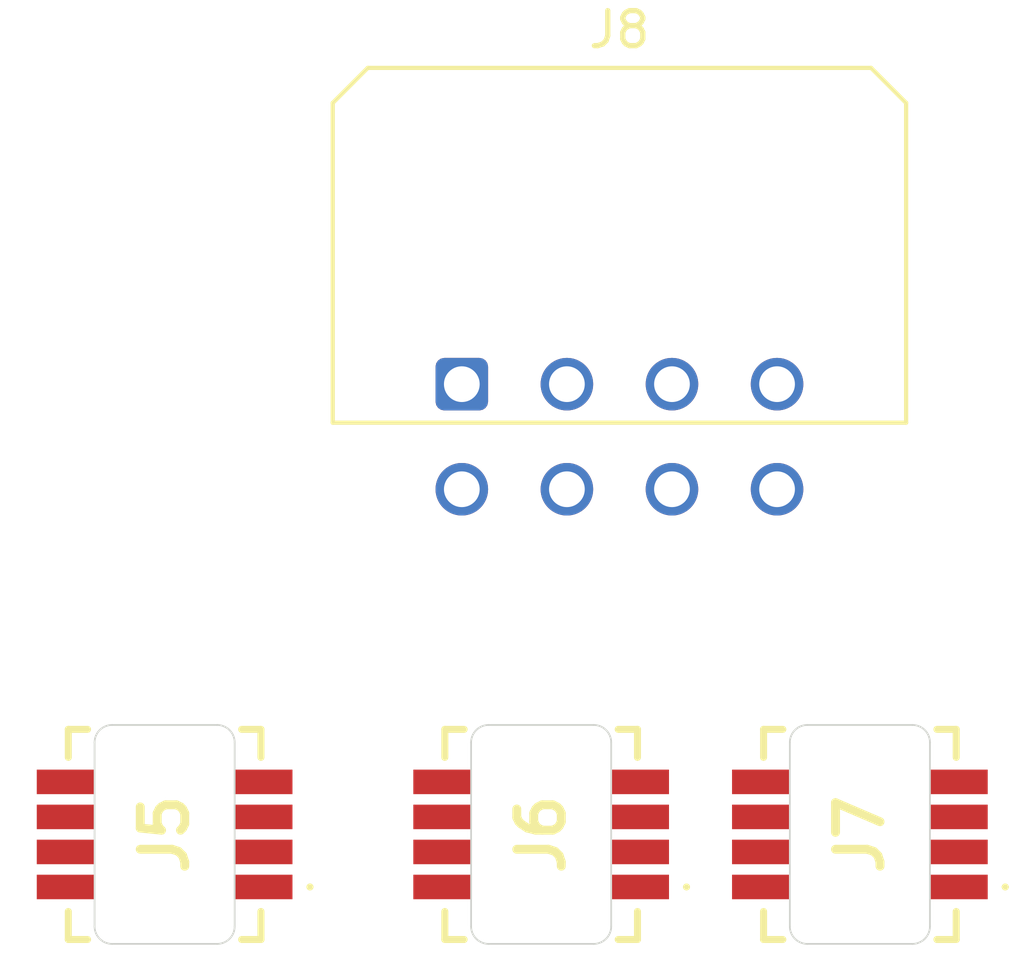
<source format=kicad_pcb>
(kicad_pcb (version 20241229) (generator "pcbnew") (generator_version "9.0")
  (layers (0 "F.Cu" signal) (2 "B.Cu" signal) (13 "F.Paste" user) (15 "B.Paste" user) (5 "F.SilkS" user "F.Silkscreen") (7 "B.SilkS" user "B.Silkscreen") (1 "F.Mask" user) (3 "B.Mask" user) (25 "Edge.Cuts" user))
  (net 0 "")
  (net 1 "GND")
  (net 2 "v_charge")
  (net 3 "CAN_L")
  (net 4 "CAN_H")
  (net 5 "CAN_H_1")
  (net 6 "CAN_L_1")
  (net 7 "CAN_L_2")
  (net 8 "CAN_H_2")
  (footprint "Connector_Molex:Molex_Micro-Fit_3.0_43045-0800_2x04_P3.00mm_Horizontal" (layer "F.Cu") (at 89.735 69.72)
    (property "Reference" "J8" (at 4.5 -10.12 0) (layer "F.SilkS"))
    (property "Value" "~" (hide yes))
    (fp_line (start -3.685 -8.03) (end -2.685 -9.03) (stroke (width 0.12)) (layer "F.SilkS"))
    (fp_line (start -3.685 1.1) (end -3.685 -8.03) (stroke (width 0.12)) (layer "F.SilkS"))
    (fp_line (start -2.685 -9.03) (end 11.685 -9.03) (stroke (width 0.12)) (layer "F.SilkS"))
    (fp_line (start 11.685 -9.03) (end 12.685 -8.03) (stroke (width 0.12)) (layer "F.SilkS"))
    (fp_line (start 12.685 -8.03) (end 12.685 1.1) (stroke (width 0.12)) (layer "F.SilkS"))
    (fp_line (start 12.685 1.1) (end -3.685 1.1) (stroke (width 0.12)) (layer "F.SilkS"))
    (pad "" np_thru_hole circle (at 2.16 -4.32) (size 3 3) (drill 3) (layers "*.Cu" "*.Mask"))
    (pad "" np_thru_hole circle (at 6.86 -4.32) (size 3 3) (drill 3) (layers "*.Cu" "*.Mask"))
    (pad "1" thru_hole roundrect (at 0 0) (size 1.5 1.5) (drill 1.02) (layers "*.Cu" "*.Mask") (roundrect_rratio 0.166667) (net 1 "GND"))
    (pad "2" thru_hole circle (at 3 0) (size 1.5 1.5) (drill 1.02) (layers "*.Cu" "*.Mask") (net 1 "GND"))
    (pad "3" thru_hole circle (at 6 0) (size 1.5 1.5) (drill 1.02) (layers "*.Cu" "*.Mask") (net 3 "CAN_L"))
    (pad "4" thru_hole circle (at 9 0) (size 1.5 1.5) (drill 1.02) (layers "*.Cu" "*.Mask"))
    (pad "5" thru_hole circle (at 0 3) (size 1.5 1.5) (drill 1.02) (layers "*.Cu" "*.Mask") (net 2 "v_charge"))
    (pad "6" thru_hole circle (at 3 3) (size 1.5 1.5) (drill 1.02) (layers "*.Cu" "*.Mask") (net 2 "v_charge"))
    (pad "7" thru_hole circle (at 6 3) (size 1.5 1.5) (drill 1.02) (layers "*.Cu" "*.Mask") (net 4 "CAN_H"))
    (pad "8" thru_hole circle (at 9 3) (size 1.5 1.5) (drill 1.02) (layers "*.Cu" "*.Mask"))
  )
  (footprint "fancyfins:009159008801906" (layer "F.Cu") (at 92 82.575 90)
    (property "Reference" "J6" (at 0 0 90) (layer "F.SilkS") (effects (font (size 1.27 1.27) (thickness 0.254))))
    (property "Value" "Conn_02x04_Top_Bottom" (hide yes))
    (fp_line (start 3 -2.75) (end 3 -2.2) (stroke (width 0.2)) (layer "F.SilkS"))
    (fp_line (start 2.2 -2.75) (end 3 -2.75) (stroke (width 0.2)) (layer "F.SilkS"))
    (fp_line (start -2.2 -2.75) (end -3 -2.75) (stroke (width 0.2)) (layer "F.SilkS"))
    (fp_line (start -3 -2.75) (end -3 -2.2) (stroke (width 0.2)) (layer "F.SilkS"))
    (fp_line (start 3 2.2) (end 3 2.75) (stroke (width 0.2)) (layer "F.SilkS"))
    (fp_line (start -3 2.2) (end -3 2.75) (stroke (width 0.2)) (layer "F.SilkS"))
    (fp_line (start 3 2.75) (end 2.2 2.75) (stroke (width 0.2)) (layer "F.SilkS"))
    (fp_line (start -3 2.75) (end -2.2 2.75) (stroke (width 0.2)) (layer "F.SilkS"))
    (fp_line (start -1.5 4.1) (end -1.5 4.1) (stroke (width 0.1)) (layer "F.SilkS"))
    (fp_line (start -1.5 4.2) (end -1.5 4.2) (stroke (width 0.1)) (layer "F.SilkS"))
    (fp_arc (start -1.5 4.1) (mid -1.45 4.15) (end -1.5 4.2) (stroke (width 0.1)) (layer "F.SilkS"))
    (fp_arc (start -1.5 4.2) (mid -1.55 4.15) (end -1.5 4.1) (stroke (width 0.1)) (layer "F.SilkS"))
    (fp_line (start 2.625001 -2.000001) (end -2.625 -2) (stroke (width 0.05)) (layer "Edge.Cuts"))
    (fp_line (start -3.125 -1.5) (end -3.125 1.5) (stroke (width 0.05)) (layer "Edge.Cuts"))
    (fp_line (start 3.125001 1.500001) (end 3.125001 -1.500001) (stroke (width 0.05)) (layer "Edge.Cuts"))
    (fp_line (start -2.625 2) (end 2.625001 2.000001) (stroke (width 0.05)) (layer "Edge.Cuts"))
    (fp_arc (start 2.625001 -2.000001) (mid 2.978554 -1.853554) (end 3.125001 -1.500001) (stroke (width 0.05)) (layer "Edge.Cuts"))
    (fp_arc (start -3.125 -1.5) (mid -2.978553 -1.853553) (end -2.625 -2) (stroke (width 0.05)) (layer "Edge.Cuts"))
    (fp_arc (start 3.125001 1.500001) (mid 2.978554 1.853554) (end 2.625001 2.000001) (stroke (width 0.05)) (layer "Edge.Cuts"))
    (fp_arc (start -2.625 2) (mid -2.978553 1.853553) (end -3.125 1.5) (stroke (width 0.05)) (layer "Edge.Cuts"))
    (pad "1" smd rect (at -1.5 2.825 90) (size 0.7 1.65) (layers "F.Cu" "F.Mask" "F.Paste") (net 1 "GND"))
    (pad "2" smd rect (at -1.5 -2.825 90) (size 0.7 1.65) (layers "F.Cu" "F.Mask" "F.Paste") (net 1 "GND"))
    (pad "3" smd rect (at -0.5 2.825 90) (size 0.7 1.65) (layers "F.Cu" "F.Mask" "F.Paste") (net 6 "CAN_L_1"))
    (pad "4" smd rect (at -0.5 -2.825 90) (size 0.7 1.65) (layers "F.Cu" "F.Mask" "F.Paste") (net 7 "CAN_L_2"))
    (pad "5" smd rect (at 0.5 2.825 90) (size 0.7 1.65) (layers "F.Cu" "F.Mask" "F.Paste") (net 2 "v_charge"))
    (pad "6" smd rect (at 0.5 -2.825 90) (size 0.7 1.65) (layers "F.Cu" "F.Mask" "F.Paste") (net 2 "v_charge"))
    (pad "7" smd rect (at 1.5 2.825 90) (size 0.7 1.65) (layers "F.Cu" "F.Mask" "F.Paste") (net 5 "CAN_H_1"))
    (pad "8" smd rect (at 1.5 -2.825 90) (size 0.7 1.65) (layers "F.Cu" "F.Mask" "F.Paste") (net 8 "CAN_H_2"))
  )
  (footprint "fancyfins:009159008801906" (layer "F.Cu") (at 81.25 82.575 90)
    (property "Reference" "J5" (at 0 0 90) (layer "F.SilkS") (effects (font (size 1.27 1.27) (thickness 0.254))))
    (property "Value" "Conn_02x04_Top_Bottom" (hide yes))
    (fp_line (start 3 -2.75) (end 3 -2.2) (stroke (width 0.2)) (layer "F.SilkS"))
    (fp_line (start 2.2 -2.75) (end 3 -2.75) (stroke (width 0.2)) (layer "F.SilkS"))
    (fp_line (start -2.2 -2.75) (end -3 -2.75) (stroke (width 0.2)) (layer "F.SilkS"))
    (fp_line (start -3 -2.75) (end -3 -2.2) (stroke (width 0.2)) (layer "F.SilkS"))
    (fp_line (start 3 2.2) (end 3 2.75) (stroke (width 0.2)) (layer "F.SilkS"))
    (fp_line (start -3 2.2) (end -3 2.75) (stroke (width 0.2)) (layer "F.SilkS"))
    (fp_line (start 3 2.75) (end 2.2 2.75) (stroke (width 0.2)) (layer "F.SilkS"))
    (fp_line (start -3 2.75) (end -2.2 2.75) (stroke (width 0.2)) (layer "F.SilkS"))
    (fp_line (start -1.5 4.1) (end -1.5 4.1) (stroke (width 0.1)) (layer "F.SilkS"))
    (fp_line (start -1.5 4.2) (end -1.5 4.2) (stroke (width 0.1)) (layer "F.SilkS"))
    (fp_arc (start -1.5 4.1) (mid -1.45 4.15) (end -1.5 4.2) (stroke (width 0.1)) (layer "F.SilkS"))
    (fp_arc (start -1.5 4.2) (mid -1.55 4.15) (end -1.5 4.1) (stroke (width 0.1)) (layer "F.SilkS"))
    (fp_line (start 2.625001 -2.000001) (end -2.625 -2) (stroke (width 0.05)) (layer "Edge.Cuts"))
    (fp_line (start -3.125 -1.5) (end -3.125 1.5) (stroke (width 0.05)) (layer "Edge.Cuts"))
    (fp_line (start 3.125001 1.500001) (end 3.125001 -1.500001) (stroke (width 0.05)) (layer "Edge.Cuts"))
    (fp_line (start -2.625 2) (end 2.625001 2.000001) (stroke (width 0.05)) (layer "Edge.Cuts"))
    (fp_arc (start 2.625001 -2.000001) (mid 2.978554 -1.853554) (end 3.125001 -1.500001) (stroke (width 0.05)) (layer "Edge.Cuts"))
    (fp_arc (start -3.125 -1.5) (mid -2.978553 -1.853553) (end -2.625 -2) (stroke (width 0.05)) (layer "Edge.Cuts"))
    (fp_arc (start 3.125001 1.500001) (mid 2.978554 1.853554) (end 2.625001 2.000001) (stroke (width 0.05)) (layer "Edge.Cuts"))
    (fp_arc (start -2.625 2) (mid -2.978553 1.853553) (end -3.125 1.5) (stroke (width 0.05)) (layer "Edge.Cuts"))
    (pad "1" smd rect (at -1.5 2.825 90) (size 0.7 1.65) (layers "F.Cu" "F.Mask" "F.Paste") (net 1 "GND"))
    (pad "2" smd rect (at -1.5 -2.825 90) (size 0.7 1.65) (layers "F.Cu" "F.Mask" "F.Paste") (net 1 "GND"))
    (pad "3" smd rect (at -0.5 2.825 90) (size 0.7 1.65) (layers "F.Cu" "F.Mask" "F.Paste") (net 3 "CAN_L"))
    (pad "4" smd rect (at -0.5 -2.825 90) (size 0.7 1.65) (layers "F.Cu" "F.Mask" "F.Paste") (net 6 "CAN_L_1"))
    (pad "5" smd rect (at 0.5 2.825 90) (size 0.7 1.65) (layers "F.Cu" "F.Mask" "F.Paste") (net 2 "v_charge"))
    (pad "6" smd rect (at 0.5 -2.825 90) (size 0.7 1.65) (layers "F.Cu" "F.Mask" "F.Paste") (net 2 "v_charge"))
    (pad "7" smd rect (at 1.5 2.825 90) (size 0.7 1.65) (layers "F.Cu" "F.Mask" "F.Paste") (net 4 "CAN_H"))
    (pad "8" smd rect (at 1.5 -2.825 90) (size 0.7 1.65) (layers "F.Cu" "F.Mask" "F.Paste") (net 5 "CAN_H_1"))
  )
  (footprint "fancyfins:009159008801906" (layer "F.Cu") (at 101.1 82.575 90)
    (property "Reference" "J7" (at 0 0 90) (layer "F.SilkS") (effects (font (size 1.27 1.27) (thickness 0.254))))
    (property "Value" "Conn_02x04_Top_Bottom" (hide yes))
    (fp_line (start 3 -2.75) (end 3 -2.2) (stroke (width 0.2)) (layer "F.SilkS"))
    (fp_line (start 2.2 -2.75) (end 3 -2.75) (stroke (width 0.2)) (layer "F.SilkS"))
    (fp_line (start -2.2 -2.75) (end -3 -2.75) (stroke (width 0.2)) (layer "F.SilkS"))
    (fp_line (start -3 -2.75) (end -3 -2.2) (stroke (width 0.2)) (layer "F.SilkS"))
    (fp_line (start 3 2.2) (end 3 2.75) (stroke (width 0.2)) (layer "F.SilkS"))
    (fp_line (start -3 2.2) (end -3 2.75) (stroke (width 0.2)) (layer "F.SilkS"))
    (fp_line (start 3 2.75) (end 2.2 2.75) (stroke (width 0.2)) (layer "F.SilkS"))
    (fp_line (start -3 2.75) (end -2.2 2.75) (stroke (width 0.2)) (layer "F.SilkS"))
    (fp_line (start -1.5 4.1) (end -1.5 4.1) (stroke (width 0.1)) (layer "F.SilkS"))
    (fp_line (start -1.5 4.2) (end -1.5 4.2) (stroke (width 0.1)) (layer "F.SilkS"))
    (fp_arc (start -1.5 4.1) (mid -1.45 4.15) (end -1.5 4.2) (stroke (width 0.1)) (layer "F.SilkS"))
    (fp_arc (start -1.5 4.2) (mid -1.55 4.15) (end -1.5 4.1) (stroke (width 0.1)) (layer "F.SilkS"))
    (fp_line (start 2.625001 -2.000001) (end -2.625 -2) (stroke (width 0.05)) (layer "Edge.Cuts"))
    (fp_line (start -3.125 -1.5) (end -3.125 1.5) (stroke (width 0.05)) (layer "Edge.Cuts"))
    (fp_line (start 3.125001 1.500001) (end 3.125001 -1.500001) (stroke (width 0.05)) (layer "Edge.Cuts"))
    (fp_line (start -2.625 2) (end 2.625001 2.000001) (stroke (width 0.05)) (layer "Edge.Cuts"))
    (fp_arc (start 2.625001 -2.000001) (mid 2.978554 -1.853554) (end 3.125001 -1.500001) (stroke (width 0.05)) (layer "Edge.Cuts"))
    (fp_arc (start -3.125 -1.5) (mid -2.978553 -1.853553) (end -2.625 -2) (stroke (width 0.05)) (layer "Edge.Cuts"))
    (fp_arc (start 3.125001 1.500001) (mid 2.978554 1.853554) (end 2.625001 2.000001) (stroke (width 0.05)) (layer "Edge.Cuts"))
    (fp_arc (start -2.625 2) (mid -2.978553 1.853553) (end -3.125 1.5) (stroke (width 0.05)) (layer "Edge.Cuts"))
    (pad "1" smd rect (at -1.5 2.825 90) (size 0.7 1.65) (layers "F.Cu" "F.Mask" "F.Paste") (net 1 "GND"))
    (pad "2" smd rect (at -1.5 -2.825 90) (size 0.7 1.65) (layers "F.Cu" "F.Mask" "F.Paste") (net 1 "GND"))
    (pad "3" smd rect (at -0.5 2.825 90) (size 0.7 1.65) (layers "F.Cu" "F.Mask" "F.Paste") (net 7 "CAN_L_2"))
    (pad "4" smd rect (at -0.5 -2.825 90) (size 0.7 1.65) (layers "F.Cu" "F.Mask" "F.Paste"))
    (pad "5" smd rect (at 0.5 2.825 90) (size 0.7 1.65) (layers "F.Cu" "F.Mask" "F.Paste") (net 2 "v_charge"))
    (pad "6" smd rect (at 0.5 -2.825 90) (size 0.7 1.65) (layers "F.Cu" "F.Mask" "F.Paste") (net 2 "v_charge"))
    (pad "7" smd rect (at 1.5 2.825 90) (size 0.7 1.65) (layers "F.Cu" "F.Mask" "F.Paste") (net 8 "CAN_H_2"))
    (pad "8" smd rect (at 1.5 -2.825 90) (size 0.7 1.65) (layers "F.Cu" "F.Mask" "F.Paste"))
  )
)
</source>
